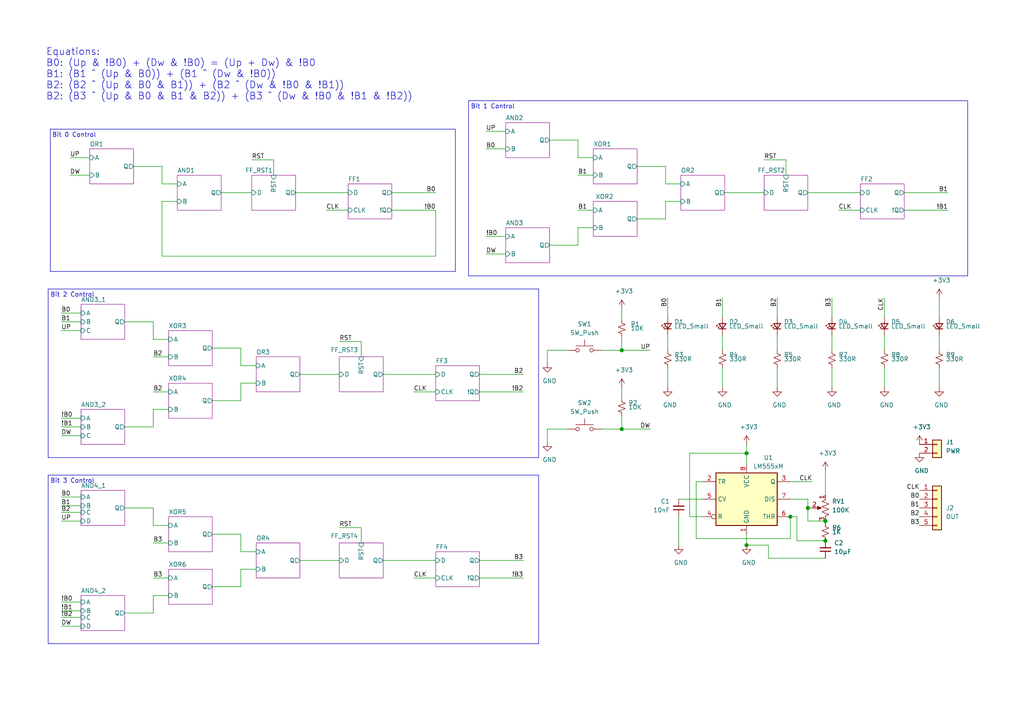
<source format=kicad_sch>
(kicad_sch (version 20200828) (generator eeschema)
  (page 1 26)
  (paper "A4")
  (lib_symbols
    (symbol "Connector_Generic:Conn_01x02" (pin_names (offset 1.016) hide)
      (property "Reference" "J" (at 0 2.54 0))
      (property "Value" "Conn_01x02" (at 0 -5.08 0))
      (symbol "Conn_01x02_1_1"
        (rectangle (start -1.27 -2.413) (end 0 -2.667) (stroke (width 0.1524)))
        (rectangle (start -1.27 0.127) (end 0 -0.127) (stroke (width 0.1524)))
        (rectangle (start -1.27 1.27) (end 1.27 -3.81) (stroke (width 0.254)) (fill (type background)))
        (pin passive line (at -5.08 0 0) (length 3.81) (name "Pin_1") (number "1"))
        (pin passive line (at -5.08 -2.54 0) (length 3.81) (name "Pin_2") (number "2"))
      )
    )
    (symbol "Connector_Generic:Conn_01x05" (pin_names (offset 1.016) hide)
      (property "Reference" "J" (at 0 7.62 0))
      (property "Value" "Conn_01x05" (at 0 -7.62 0))
      (symbol "Conn_01x05_1_1"
        (rectangle (start -1.27 -4.953) (end 0 -5.207) (stroke (width 0.1524)))
        (rectangle (start -1.27 -2.413) (end 0 -2.667) (stroke (width 0.1524)))
        (rectangle (start -1.27 2.667) (end 0 2.413) (stroke (width 0.1524)))
        (rectangle (start -1.27 5.207) (end 0 4.953) (stroke (width 0.1524)))
        (rectangle (start -1.27 6.35) (end 1.27 -6.35) (stroke (width 0.254)) (fill (type background)))
        (rectangle (start -1.27 0.127) (end 0 -0.127) (stroke (width 0.1524)))
        (pin passive line (at -5.08 5.08 0) (length 3.81) (name "Pin_1") (number "1"))
        (pin passive line (at -5.08 2.54 0) (length 3.81) (name "Pin_2") (number "2"))
        (pin passive line (at -5.08 0 0) (length 3.81) (name "Pin_3") (number "3"))
        (pin passive line (at -5.08 -2.54 0) (length 3.81) (name "Pin_4") (number "4"))
        (pin passive line (at -5.08 -5.08 0) (length 3.81) (name "Pin_5") (number "5"))
      )
    )
    (symbol "Device:C_Small" (pin_numbers hide) (pin_names (offset 0.254) hide)
      (property "Reference" "C" (at 0.254 1.778 0))
      (property "Value" "C_Small" (at 0.254 -2.032 0))
      (symbol "C_Small_0_1"
        (polyline (pts (xy -1.524 -0.508) (xy 1.524 -0.508)) (stroke (width 0.3302)))
        (polyline (pts (xy -1.524 0.508) (xy 1.524 0.508)) (stroke (width 0.3048)))
      )
      (symbol "C_Small_1_1"
        (pin passive line (at 0 2.54 270) (length 2.032) (name "~") (number "1"))
        (pin passive line (at 0 -2.54 90) (length 2.032) (name "~") (number "2"))
      )
    )
    (symbol "Device:LED_Small" (pin_numbers hide) (pin_names (offset 0.254) hide)
      (property "Reference" "D" (at -1.27 3.175 0))
      (property "Value" "LED_Small" (at -4.445 -2.54 0))
      (symbol "LED_Small_0_1"
        (polyline (pts (xy -0.762 -1.016) (xy -0.762 1.016)) (stroke (width 0.254)))
        (polyline (pts (xy 1.016 0) (xy -0.762 0)))
        (polyline (pts (xy 0.762 -1.016) (xy -0.762 0) (xy 0.762 1.016) (xy 0.762 -1.016)) (stroke (width 0.254)))
        (polyline (pts (xy 0 0.762) (xy -0.508 1.27) (xy -0.254 1.27) (xy -0.508 1.27) (xy -0.508 1.016)))
        (polyline (pts (xy 0.508 1.27) (xy 0 1.778) (xy 0.254 1.778) (xy 0 1.778) (xy 0 1.524)))
      )
      (symbol "LED_Small_1_1"
        (pin passive line (at -2.54 0 0) (length 1.778) (name "K") (number "1"))
        (pin passive line (at 2.54 0 180) (length 1.778) (name "A") (number "2"))
      )
    )
    (symbol "Device:R_POT_US" (pin_names (offset 1.016) hide)
      (property "Reference" "RV" (at -4.445 0 90))
      (property "Value" "R_POT_US" (at -2.54 0 90))
      (symbol "R_POT_US_0_1"
        (polyline (pts (xy 0 -2.286) (xy 0 -2.54)))
        (polyline (pts (xy 0 2.54) (xy 0 2.286)))
        (polyline (pts (xy 2.54 0) (xy 1.524 0)))
        (polyline (pts (xy 1.143 0) (xy 2.286 0.508) (xy 2.286 -0.508) (xy 1.143 0)) (fill (type outline)))
        (polyline (pts (xy 0 -0.762) (xy 1.016 -1.143) (xy 0 -1.524) (xy -1.016 -1.905) (xy 0 -2.286)))
        (polyline (pts (xy 0 0.762) (xy 1.016 0.381) (xy 0 0) (xy -1.016 -0.381) (xy 0 -0.762)))
        (polyline (pts (xy 0 2.286) (xy 1.016 1.905) (xy 0 1.524) (xy -1.016 1.143) (xy 0 0.762)))
      )
      (symbol "R_POT_US_1_1"
        (pin passive line (at 0 3.81 270) (length 1.27) (name "1") (number "1"))
        (pin passive line (at 3.81 0 180) (length 1.27) (name "2") (number "2"))
        (pin passive line (at 0 -3.81 90) (length 1.27) (name "3") (number "3"))
      )
    )
    (symbol "Device:R_Small_US" (pin_numbers hide) (pin_names (offset 0.254) hide)
      (property "Reference" "R" (at 0.762 0.508 0))
      (property "Value" "R_Small_US" (at 0.762 -1.016 0))
      (symbol "R_Small_US_1_1"
        (polyline (pts (xy 0 0) (xy 1.016 -0.381) (xy 0 -0.762) (xy -1.016 -1.143) (xy 0 -1.524)))
        (polyline (pts (xy 0 1.524) (xy 1.016 1.143) (xy 0 0.762) (xy -1.016 0.381) (xy 0 0)))
        (pin passive line (at 0 2.54 270) (length 1.016) (name "~") (number "1"))
        (pin passive line (at 0 -2.54 90) (length 1.016) (name "~") (number "2"))
      )
    )
    (symbol "Switch:SW_Push" (pin_numbers hide) (pin_names (offset 1.016) hide)
      (property "Reference" "SW" (at 1.27 2.54 0))
      (property "Value" "SW_Push" (at 0 -1.524 0))
      (symbol "SW_Push_0_1"
        (circle (center -2.032 0) (radius 0.508))
        (circle (center 2.032 0) (radius 0.508))
        (polyline (pts (xy 0 1.27) (xy 0 3.048)))
        (polyline (pts (xy 2.54 1.27) (xy -2.54 1.27)))
        (pin passive line (at -5.08 0 0) (length 2.54) (name "1") (number "1"))
        (pin passive line (at 5.08 0 180) (length 2.54) (name "2") (number "2"))
      )
    )
    (symbol "Timer:LM555xM"
      (property "Reference" "U" (at -10.16 8.89 0))
      (property "Value" "LM555xM" (at 2.54 8.89 0))
      (symbol "LM555xM_0_1"
        (rectangle (start -8.89 -7.62) (end 8.89 7.62) (stroke (width 0.254)) (fill (type background)))
        (rectangle (start -8.89 -7.62) (end 8.89 7.62) (stroke (width 0.254)) (fill (type background)))
      )
      (symbol "LM555xM_0_0"
        (pin power_in line (at 0 -10.16 90) (length 2.54) (name "GND") (number "1"))
        (pin power_in line (at 0 10.16 270) (length 2.54) (name "VCC") (number "8"))
      )
      (symbol "LM555xM_1_1"
        (pin input line (at -12.7 5.08 0) (length 3.81) (name "TR") (number "2"))
        (pin output line (at 12.7 5.08 180) (length 3.81) (name "Q") (number "3"))
        (pin input inverted (at -12.7 -5.08 0) (length 3.81) (name "R") (number "4"))
        (pin input line (at -12.7 0 0) (length 3.81) (name "CV") (number "5"))
        (pin input line (at 12.7 -5.08 180) (length 3.81) (name "THR") (number "6"))
        (pin input line (at 12.7 0 180) (length 3.81) (name "DIS") (number "7"))
      )
    )
    (symbol "power:+3V3" (power) (pin_names (offset 0))
      (property "Value" "+3V3" (at 0 3.556 0))
      (symbol "+3V3_0_1"
        (polyline (pts (xy -0.762 1.27) (xy 0 2.54)))
        (polyline (pts (xy 0 0) (xy 0 2.54)))
        (polyline (pts (xy 0 2.54) (xy 0.762 1.27)))
      )
      (symbol "+3V3_1_1"
        (pin power_in line (at 0 0 90) (length 0) hide (name "+3V3") (number "1"))
      )
    )
    (symbol "power:GND" (power) (pin_names (offset 0))
      (property "Value" "GND" (at 0 -3.81 0))
      (symbol "GND_0_1"
        (polyline (pts (xy 0 0) (xy 0 -1.27) (xy 1.27 -1.27) (xy 0 -2.54) (xy -1.27 -1.27) (xy 0 -1.27)))
      )
      (symbol "GND_1_1"
        (pin power_in line (at 0 0 270) (length 0) hide (name "GND") (number "1"))
      )
    )
  )
  (junction (at 180.34 101.6) (diameter 1.016))
  (junction (at 180.34 124.46) (diameter 1.016))
  (junction (at 216.535 131.445) (diameter 1.016))
  (junction (at 216.535 158.115) (diameter 1.016))
  (junction (at 229.235 149.86) (diameter 1.016))
  (junction (at 234.315 147.32) (diameter 1.016))
  (junction (at 239.395 151.13) (diameter 1.016))
  (junction (at 239.395 156.845) (diameter 1.016))
  (wire (pts (xy 17.78 90.805) (xy 23.495 90.805)))
  (wire (pts (xy 17.78 93.345) (xy 23.495 93.345)))
  (wire (pts (xy 17.78 95.885) (xy 23.495 95.885)))
  (wire (pts (xy 17.78 121.285) (xy 23.495 121.285)))
  (wire (pts (xy 17.78 123.825) (xy 23.495 123.825)))
  (wire (pts (xy 17.78 126.365) (xy 23.495 126.365)))
  (wire (pts (xy 17.78 144.145) (xy 23.495 144.145)))
  (wire (pts (xy 17.78 146.685) (xy 23.495 146.685)))
  (wire (pts (xy 17.78 148.59) (xy 23.495 148.59)))
  (wire (pts (xy 17.78 151.13) (xy 23.495 151.13)))
  (wire (pts (xy 17.78 174.625) (xy 23.495 174.625)))
  (wire (pts (xy 17.78 177.165) (xy 23.495 177.165)))
  (wire (pts (xy 17.78 179.07) (xy 23.495 179.07)))
  (wire (pts (xy 17.78 181.61) (xy 23.495 181.61)))
  (wire (pts (xy 20.32 45.72) (xy 26.035 45.72)))
  (wire (pts (xy 20.32 50.8) (xy 26.035 50.8)))
  (wire (pts (xy 36.195 93.345) (xy 44.45 93.345)))
  (wire (pts (xy 36.195 123.825) (xy 44.45 123.825)))
  (wire (pts (xy 36.195 147.32) (xy 44.45 147.32)))
  (wire (pts (xy 36.195 177.8) (xy 44.45 177.8)))
  (wire (pts (xy 44.45 93.345) (xy 44.45 98.425)))
  (wire (pts (xy 44.45 98.425) (xy 48.895 98.425)))
  (wire (pts (xy 44.45 103.505) (xy 48.895 103.505)))
  (wire (pts (xy 44.45 113.665) (xy 48.895 113.665)))
  (wire (pts (xy 44.45 118.745) (xy 48.895 118.745)))
  (wire (pts (xy 44.45 123.825) (xy 44.45 118.745)))
  (wire (pts (xy 44.45 147.32) (xy 44.45 152.4)))
  (wire (pts (xy 44.45 152.4) (xy 48.895 152.4)))
  (wire (pts (xy 44.45 157.48) (xy 48.895 157.48)))
  (wire (pts (xy 44.45 167.64) (xy 48.895 167.64)))
  (wire (pts (xy 44.45 172.72) (xy 48.895 172.72)))
  (wire (pts (xy 44.45 177.8) (xy 44.45 172.72)))
  (wire (pts (xy 46.99 48.26) (xy 38.735 48.26)))
  (wire (pts (xy 46.99 48.26) (xy 46.99 53.34)))
  (wire (pts (xy 46.99 53.34) (xy 51.435 53.34)))
  (wire (pts (xy 46.99 58.42) (xy 46.99 74.295)))
  (wire (pts (xy 46.99 58.42) (xy 51.435 58.42)))
  (wire (pts (xy 61.595 100.965) (xy 69.85 100.965)))
  (wire (pts (xy 61.595 116.205) (xy 69.85 116.205)))
  (wire (pts (xy 61.595 154.94) (xy 69.85 154.94)))
  (wire (pts (xy 61.595 170.18) (xy 69.85 170.18)))
  (wire (pts (xy 64.135 55.88) (xy 73.025 55.88)))
  (wire (pts (xy 69.85 100.965) (xy 69.85 106.045)))
  (wire (pts (xy 69.85 106.045) (xy 74.295 106.045)))
  (wire (pts (xy 69.85 111.125) (xy 74.295 111.125)))
  (wire (pts (xy 69.85 116.205) (xy 69.85 111.125)))
  (wire (pts (xy 69.85 154.94) (xy 69.85 160.02)))
  (wire (pts (xy 69.85 160.02) (xy 74.295 160.02)))
  (wire (pts (xy 69.85 165.1) (xy 74.295 165.1)))
  (wire (pts (xy 69.85 170.18) (xy 69.85 165.1)))
  (wire (pts (xy 73.025 46.355) (xy 79.375 46.355)))
  (wire (pts (xy 79.375 50.8) (xy 79.375 46.355)))
  (wire (pts (xy 85.725 55.88) (xy 100.965 55.88)))
  (wire (pts (xy 86.995 108.585) (xy 98.425 108.585)))
  (wire (pts (xy 86.995 162.56) (xy 98.425 162.56)))
  (wire (pts (xy 94.615 60.96) (xy 100.965 60.96)))
  (wire (pts (xy 98.425 99.06) (xy 104.775 99.06)))
  (wire (pts (xy 98.425 153.035) (xy 104.775 153.035)))
  (wire (pts (xy 104.775 103.505) (xy 104.775 99.06)))
  (wire (pts (xy 104.775 157.48) (xy 104.775 153.035)))
  (wire (pts (xy 111.125 108.585) (xy 126.365 108.585)))
  (wire (pts (xy 111.125 162.56) (xy 126.365 162.56)))
  (wire (pts (xy 113.665 55.88) (xy 126.365 55.88)))
  (wire (pts (xy 113.665 60.96) (xy 126.365 60.96)))
  (wire (pts (xy 120.015 113.665) (xy 126.365 113.665)))
  (wire (pts (xy 120.015 167.64) (xy 126.365 167.64)))
  (wire (pts (xy 126.365 60.96) (xy 126.365 74.295)))
  (wire (pts (xy 126.365 74.295) (xy 46.99 74.295)))
  (wire (pts (xy 139.065 108.585) (xy 151.765 108.585)))
  (wire (pts (xy 139.065 113.665) (xy 151.765 113.665)))
  (wire (pts (xy 139.065 162.56) (xy 151.765 162.56)))
  (wire (pts (xy 139.065 167.64) (xy 151.765 167.64)))
  (wire (pts (xy 140.97 38.1) (xy 146.685 38.1)))
  (wire (pts (xy 140.97 43.18) (xy 146.685 43.18)))
  (wire (pts (xy 140.97 68.58) (xy 146.685 68.58)))
  (wire (pts (xy 140.97 73.66) (xy 146.685 73.66)))
  (wire (pts (xy 158.75 101.6) (xy 158.75 105.41)))
  (wire (pts (xy 158.75 124.46) (xy 158.75 128.27)))
  (wire (pts (xy 159.385 40.64) (xy 167.64 40.64)))
  (wire (pts (xy 159.385 71.12) (xy 167.64 71.12)))
  (wire (pts (xy 164.465 101.6) (xy 158.75 101.6)))
  (wire (pts (xy 164.465 124.46) (xy 158.75 124.46)))
  (wire (pts (xy 167.64 40.64) (xy 167.64 45.72)))
  (wire (pts (xy 167.64 45.72) (xy 172.085 45.72)))
  (wire (pts (xy 167.64 50.8) (xy 172.085 50.8)))
  (wire (pts (xy 167.64 60.96) (xy 172.085 60.96)))
  (wire (pts (xy 167.64 66.04) (xy 172.085 66.04)))
  (wire (pts (xy 167.64 71.12) (xy 167.64 66.04)))
  (wire (pts (xy 174.625 124.46) (xy 180.34 124.46)))
  (wire (pts (xy 180.34 89.535) (xy 180.34 92.71)))
  (wire (pts (xy 180.34 97.79) (xy 180.34 101.6)))
  (wire (pts (xy 180.34 101.6) (xy 174.625 101.6)))
  (wire (pts (xy 180.34 101.6) (xy 188.595 101.6)))
  (wire (pts (xy 180.34 112.395) (xy 180.34 115.57)))
  (wire (pts (xy 180.34 120.65) (xy 180.34 124.46)))
  (wire (pts (xy 180.34 124.46) (xy 188.595 124.46)))
  (wire (pts (xy 184.785 48.26) (xy 193.04 48.26)))
  (wire (pts (xy 184.785 63.5) (xy 193.04 63.5)))
  (wire (pts (xy 193.04 48.26) (xy 193.04 53.34)))
  (wire (pts (xy 193.04 53.34) (xy 197.485 53.34)))
  (wire (pts (xy 193.04 58.42) (xy 197.485 58.42)))
  (wire (pts (xy 193.04 63.5) (xy 193.04 58.42)))
  (wire (pts (xy 193.675 86.36) (xy 193.675 92.075)))
  (wire (pts (xy 193.675 97.155) (xy 193.675 101.6)))
  (wire (pts (xy 193.675 106.68) (xy 193.675 112.395)))
  (wire (pts (xy 196.85 144.78) (xy 203.835 144.78)))
  (wire (pts (xy 196.85 149.86) (xy 196.85 158.115)))
  (wire (pts (xy 200.025 131.445) (xy 216.535 131.445)))
  (wire (pts (xy 200.025 149.86) (xy 200.025 131.445)))
  (wire (pts (xy 201.93 139.7) (xy 201.93 156.21)))
  (wire (pts (xy 201.93 156.21) (xy 229.235 156.21)))
  (wire (pts (xy 203.835 139.7) (xy 201.93 139.7)))
  (wire (pts (xy 203.835 149.86) (xy 200.025 149.86)))
  (wire (pts (xy 209.55 86.36) (xy 209.55 92.075)))
  (wire (pts (xy 209.55 97.155) (xy 209.55 101.6)))
  (wire (pts (xy 209.55 106.68) (xy 209.55 112.395)))
  (wire (pts (xy 210.185 55.88) (xy 221.615 55.88)))
  (wire (pts (xy 216.535 128.905) (xy 216.535 131.445)))
  (wire (pts (xy 216.535 131.445) (xy 216.535 134.62)))
  (wire (pts (xy 216.535 154.94) (xy 216.535 158.115)))
  (wire (pts (xy 221.615 46.355) (xy 227.965 46.355)))
  (wire (pts (xy 222.885 158.115) (xy 216.535 158.115)))
  (wire (pts (xy 222.885 161.925) (xy 222.885 158.115)))
  (wire (pts (xy 225.425 86.36) (xy 225.425 92.075)))
  (wire (pts (xy 225.425 97.155) (xy 225.425 101.6)))
  (wire (pts (xy 225.425 106.68) (xy 225.425 112.395)))
  (wire (pts (xy 227.965 50.8) (xy 227.965 46.355)))
  (wire (pts (xy 229.235 139.7) (xy 235.585 139.7)))
  (wire (pts (xy 229.235 144.78) (xy 234.315 144.78)))
  (wire (pts (xy 229.235 149.86) (xy 231.14 149.86)))
  (wire (pts (xy 229.235 156.21) (xy 229.235 149.86)))
  (wire (pts (xy 231.14 149.86) (xy 231.14 156.845)))
  (wire (pts (xy 231.14 156.845) (xy 239.395 156.845)))
  (wire (pts (xy 234.315 55.88) (xy 249.555 55.88)))
  (wire (pts (xy 234.315 144.78) (xy 234.315 147.32)))
  (wire (pts (xy 234.315 147.32) (xy 234.315 151.13)))
  (wire (pts (xy 234.315 147.32) (xy 235.585 147.32)))
  (wire (pts (xy 234.315 151.13) (xy 239.395 151.13)))
  (wire (pts (xy 239.395 136.525) (xy 239.395 143.51)))
  (wire (pts (xy 239.395 151.13) (xy 239.395 151.765)))
  (wire (pts (xy 239.395 161.925) (xy 222.885 161.925)))
  (wire (pts (xy 241.3 86.36) (xy 241.3 92.075)))
  (wire (pts (xy 241.3 97.155) (xy 241.3 101.6)))
  (wire (pts (xy 241.3 106.68) (xy 241.3 112.395)))
  (wire (pts (xy 243.205 60.96) (xy 249.555 60.96)))
  (wire (pts (xy 256.54 86.36) (xy 256.54 92.075)))
  (wire (pts (xy 256.54 97.155) (xy 256.54 101.6)))
  (wire (pts (xy 256.54 106.68) (xy 256.54 112.395)))
  (wire (pts (xy 262.255 55.88) (xy 274.955 55.88)))
  (wire (pts (xy 262.255 60.96) (xy 274.955 60.96)))
  (wire (pts (xy 272.415 86.36) (xy 272.415 92.075)))
  (wire (pts (xy 272.415 97.155) (xy 272.415 101.6)))
  (wire (pts (xy 272.415 106.68) (xy 272.415 112.395)))
  (polyline (pts (xy 13.97 83.82) (xy 13.97 132.715)) (stroke (width 0) (type solid)))
  (polyline (pts (xy 13.97 83.82) (xy 156.21 83.82)) (stroke (width 0) (type solid)))
  (polyline (pts (xy 13.97 132.715) (xy 156.21 132.715)) (stroke (width 0) (type solid)))
  (polyline (pts (xy 13.97 137.795) (xy 13.97 186.69)) (stroke (width 0) (type solid)))
  (polyline (pts (xy 13.97 137.795) (xy 156.21 137.795)) (stroke (width 0) (type solid)))
  (polyline (pts (xy 13.97 186.69) (xy 156.21 186.69)) (stroke (width 0) (type solid)))
  (polyline (pts (xy 14.605 37.465) (xy 14.605 78.74)) (stroke (width 0) (type solid)))
  (polyline (pts (xy 14.605 37.465) (xy 132.08 37.465)) (stroke (width 0) (type solid)))
  (polyline (pts (xy 14.605 78.74) (xy 132.08 78.74)) (stroke (width 0) (type solid)))
  (polyline (pts (xy 132.08 78.74) (xy 132.08 37.465)) (stroke (width 0) (type solid)))
  (polyline (pts (xy 135.89 29.21) (xy 135.89 80.01)) (stroke (width 0) (type solid)))
  (polyline (pts (xy 135.89 29.21) (xy 280.67 29.21)) (stroke (width 0) (type solid)))
  (polyline (pts (xy 135.89 80.01) (xy 280.67 80.01)) (stroke (width 0) (type solid)))
  (polyline (pts (xy 156.21 132.715) (xy 156.21 83.82)) (stroke (width 0) (type solid)))
  (polyline (pts (xy 156.21 186.69) (xy 156.21 137.795)) (stroke (width 0) (type solid)))
  (polyline (pts (xy 280.67 80.01) (xy 280.67 29.21)) (stroke (width 0) (type solid)))
  (text "Equations:\nB0: (Up & !B0) + (Dw & !B0) = (Up + Dw) & !B0\nB1: (B1 ^ (Up & B0)) + (B1 ^ (Dw & !B0))\nB2: (B2 ^ (Up & B0 & B1)) + (B2 ^ (Dw & !B0 & !B1))\nB2: (B3 ^ (Up & B0 & B1 & B2)) + (B3 ^ (Dw & !B0 & !B1 & !B2))" (at 13.335 29.21 0) (effects (font (size 2 2)) (justify left bottom)))
  (text "Bit 2 Control" (at 14.605 86.36 0) (effects (font (size 1.27 1.27)) (justify left bottom)))
  (text "Bit 3 Control" (at 14.605 140.335 0) (effects (font (size 1.27 1.27)) (justify left bottom)))
  (text "Bit 0 Control" (at 27.94 40.005 180) (effects (font (size 1.27 1.27)) (justify right bottom)))
  (text "Bit 1 Control" (at 136.525 31.75 0) (effects (font (size 1.27 1.27)) (justify left bottom)))
  (label "B0" (at 17.78 90.805 0))
  (label "B1" (at 17.78 93.345 0))
  (label "UP" (at 17.78 95.885 0))
  (label "!B0" (at 17.78 121.285 0))
  (label "!B1" (at 17.78 123.825 0))
  (label "DW" (at 17.78 126.365 0))
  (label "B0" (at 17.78 144.145 0))
  (label "B1" (at 17.78 146.685 0))
  (label "B2" (at 17.78 148.59 0))
  (label "UP" (at 17.78 151.13 0))
  (label "!B0" (at 17.78 174.625 0))
  (label "!B1" (at 17.78 177.165 0))
  (label "!B2" (at 17.78 179.07 0))
  (label "DW" (at 17.78 181.61 0))
  (label "UP" (at 20.32 45.72 0))
  (label "DW" (at 20.32 50.8 0))
  (label "B2" (at 44.45 103.505 0))
  (label "B2" (at 44.45 113.665 0))
  (label "B3" (at 44.45 157.48 0))
  (label "B3" (at 44.45 167.64 0))
  (label "RST" (at 73.025 46.355 0))
  (label "CLK" (at 94.615 60.96 0))
  (label "RST" (at 98.425 99.06 0))
  (label "RST" (at 98.425 153.035 0))
  (label "CLK" (at 120.015 113.665 0))
  (label "CLK" (at 120.015 167.64 0))
  (label "B0" (at 126.365 55.88 180))
  (label "!B0" (at 126.365 60.96 180))
  (label "UP" (at 140.97 38.1 0))
  (label "B0" (at 140.97 43.18 0))
  (label "!B0" (at 140.97 68.58 0))
  (label "DW" (at 140.97 73.66 0))
  (label "B2" (at 151.765 108.585 180))
  (label "!B2" (at 151.765 113.665 180))
  (label "B3" (at 151.765 162.56 180))
  (label "!B3" (at 151.765 167.64 180))
  (label "B1" (at 167.64 50.8 0))
  (label "B1" (at 167.64 60.96 0))
  (label "UP" (at 188.595 101.6 180))
  (label "DW" (at 188.595 124.46 180))
  (label "B0" (at 193.675 86.36 270))
  (label "B1" (at 209.55 86.36 270))
  (label "RST" (at 221.615 46.355 0))
  (label "B2" (at 225.425 86.36 270))
  (label "CLK" (at 235.585 139.7 180))
  (label "B3" (at 241.3 86.36 270))
  (label "CLK" (at 243.205 60.96 0))
  (label "CLK" (at 256.54 86.36 270))
  (label "CLK" (at 266.7 142.24 180))
  (label "B0" (at 266.7 144.78 180))
  (label "B1" (at 266.7 147.32 180))
  (label "B2" (at 266.7 149.86 180))
  (label "B3" (at 266.7 152.4 180))
  (label "B1" (at 274.955 55.88 180))
  (label "!B1" (at 274.955 60.96 180))
  (symbol (lib_id "power:+3V3") (at 180.34 89.535 0) (unit 1)
    (property "Reference" "#PWR0106" (effects hide))
    (property "Value" "+3V3" (at 180.975 84.455 0))
  )
  (symbol (lib_id "power:+3V3") (at 180.34 112.395 0) (unit 1)
    (property "Reference" "#PWR0101" (effects hide))
    (property "Value" "+3V3" (at 180.975 107.315 0))
  )
  (symbol (lib_id "power:+3V3") (at 216.535 128.905 0) (unit 1)
    (property "Reference" "#PWR0108" (effects hide))
    (property "Value" "+3V3" (at 217.17 123.825 0))
  )
  (symbol (lib_id "power:+3V3") (at 239.395 136.525 0) (unit 1)
    (property "Reference" "#PWR0114" (effects hide))
    (property "Value" "+3V3" (at 240.03 131.445 0))
  )
  (symbol (lib_id "power:+3V3") (at 266.7 128.905 0) (unit 1)
    (property "Reference" "#PWR0115" (effects hide))
    (property "Value" "+3V3" (at 267.335 123.825 0))
  )
  (symbol (lib_id "power:+3V3") (at 272.415 86.36 0) (unit 1)
    (property "Reference" "#PWR0107" (effects hide))
    (property "Value" "+3V3" (at 273.05 81.28 0))
  )
  (symbol (lib_id "power:GND") (at 158.75 105.41 0) (unit 1)
    (property "Reference" "#PWR0105" (effects hide))
    (property "Value" "GND" (at 159.385 110.49 0))
  )
  (symbol (lib_id "power:GND") (at 158.75 128.27 0) (unit 1)
    (property "Reference" "#PWR0104" (effects hide))
    (property "Value" "GND" (at 159.385 133.35 0))
  )
  (symbol (lib_id "power:GND") (at 193.675 112.395 0) (unit 1)
    (property "Reference" "#PWR0102" (effects hide))
    (property "Value" "GND" (at 194.31 117.475 0))
  )
  (symbol (lib_id "power:GND") (at 196.85 158.115 0) (unit 1)
    (property "Reference" "#PWR0113" (effects hide))
    (property "Value" "GND" (at 197.485 163.195 0))
  )
  (symbol (lib_id "power:GND") (at 209.55 112.395 0) (unit 1)
    (property "Reference" "#PWR0103" (effects hide))
    (property "Value" "GND" (at 210.185 117.475 0))
  )
  (symbol (lib_id "power:GND") (at 216.535 158.115 0) (unit 1)
    (property "Reference" "#PWR0112" (effects hide))
    (property "Value" "GND" (at 217.17 163.195 0))
  )
  (symbol (lib_id "power:GND") (at 225.425 112.395 0) (unit 1)
    (property "Reference" "#PWR0109" (effects hide))
    (property "Value" "GND" (at 226.06 117.475 0))
  )
  (symbol (lib_id "power:GND") (at 241.3 112.395 0) (unit 1)
    (property "Reference" "#PWR0110" (effects hide))
    (property "Value" "GND" (at 241.935 117.475 0))
  )
  (symbol (lib_id "power:GND") (at 256.54 112.395 0) (unit 1)
    (property "Reference" "#PWR0111" (effects hide))
    (property "Value" "GND" (at 257.175 117.475 0))
  )
  (symbol (lib_id "power:GND") (at 266.7 131.445 0) (unit 1)
    (property "Reference" "#PWR0116" (effects hide))
    (property "Value" "GND" (at 267.335 136.525 0))
  )
  (symbol (lib_id "power:GND") (at 272.415 112.395 0) (unit 1)
    (property "Reference" "#PWR0117" (effects hide))
    (property "Value" "GND" (at 273.05 117.475 0))
  )
  (symbol (lib_id "Device:R_Small_US") (at 180.34 95.25 0) (unit 1)
    (property "Reference" "R1" (at 182.88 93.98 0) (effects (justify left)))
    (property "Value" "10K" (at 182.88 95.25 0) (effects (justify left)))
    (property "Footprint" "Resistor_SMD:R_0805_2012Metric" (effects hide))
  )
  (symbol (lib_id "Device:R_Small_US") (at 180.34 118.11 0) (unit 1)
    (property "Reference" "R2" (at 182.245 116.84 0) (effects (justify left)))
    (property "Value" "10K" (at 182.245 118.11 0) (effects (justify left)))
    (property "Footprint" "Resistor_SMD:R_0805_2012Metric" (effects hide))
  )
  (symbol (lib_id "Device:R_Small_US") (at 193.675 104.14 0) (unit 1)
    (property "Reference" "R3" (at 195.58 102.87 0) (effects (justify left)))
    (property "Value" "330R" (at 195.58 104.14 0) (effects (justify left)))
    (property "Footprint" "Resistor_SMD:R_0805_2012Metric" (effects hide))
  )
  (symbol (lib_id "Device:R_Small_US") (at 209.55 104.14 0) (unit 1)
    (property "Reference" "R4" (at 211.455 102.87 0) (effects (justify left)))
    (property "Value" "330R" (at 211.455 104.14 0) (effects (justify left)))
    (property "Footprint" "Resistor_SMD:R_0805_2012Metric" (effects hide))
  )
  (symbol (lib_id "Device:R_Small_US") (at 225.425 104.14 0) (unit 1)
    (property "Reference" "R5" (at 227.33 102.87 0) (effects (justify left)))
    (property "Value" "330R" (at 227.33 104.14 0) (effects (justify left)))
    (property "Footprint" "Resistor_SMD:R_0805_2012Metric" (effects hide))
  )
  (symbol (lib_id "Device:R_Small_US") (at 239.395 154.305 0) (unit 1)
    (property "Reference" "R6" (at 241.3 153.035 0) (effects (justify left)))
    (property "Value" "1K" (at 241.3 154.305 0) (effects (justify left)))
    (property "Footprint" "Resistor_SMD:R_0805_2012Metric" (effects hide))
  )
  (symbol (lib_id "Device:R_Small_US") (at 241.3 104.14 0) (unit 1)
    (property "Reference" "R7" (at 243.205 102.87 0) (effects (justify left)))
    (property "Value" "330R" (at 243.205 104.14 0) (effects (justify left)))
    (property "Footprint" "Resistor_SMD:R_0805_2012Metric" (effects hide))
  )
  (symbol (lib_id "Device:R_Small_US") (at 256.54 104.14 0) (unit 1)
    (property "Reference" "R8" (at 258.445 102.87 0) (effects (justify left)))
    (property "Value" "330R" (at 258.445 104.14 0) (effects (justify left)))
    (property "Footprint" "Resistor_SMD:R_0805_2012Metric" (effects hide))
  )
  (symbol (lib_id "Device:R_Small_US") (at 272.415 104.14 0) (unit 1)
    (property "Reference" "R9" (at 274.32 102.87 0) (effects (justify left)))
    (property "Value" "330R" (at 274.32 104.14 0) (effects (justify left)))
    (property "Footprint" "Resistor_SMD:R_0805_2012Metric" (effects hide))
  )
  (symbol (lib_id "Device:LED_Small") (at 193.675 94.615 90) (unit 1)
    (property "Reference" "D1" (at 195.58 93.345 90) (effects (justify right)))
    (property "Value" "LED_Small" (at 195.58 94.615 90) (effects (justify right)))
    (property "Footprint" "LED_SMD:LED_0805_2012Metric" (effects hide))
  )
  (symbol (lib_id "Device:LED_Small") (at 209.55 94.615 90) (unit 1)
    (property "Reference" "D2" (at 211.455 93.345 90) (effects (justify right)))
    (property "Value" "LED_Small" (at 211.455 94.615 90) (effects (justify right)))
    (property "Footprint" "LED_SMD:LED_0805_2012Metric" (effects hide))
  )
  (symbol (lib_id "Device:LED_Small") (at 225.425 94.615 90) (unit 1)
    (property "Reference" "D3" (at 227.33 93.345 90) (effects (justify right)))
    (property "Value" "LED_Small" (at 227.33 94.615 90) (effects (justify right)))
    (property "Footprint" "LED_SMD:LED_0805_2012Metric" (effects hide))
  )
  (symbol (lib_id "Device:LED_Small") (at 241.3 94.615 90) (unit 1)
    (property "Reference" "D4" (at 243.205 93.345 90) (effects (justify right)))
    (property "Value" "LED_Small" (at 243.205 94.615 90) (effects (justify right)))
    (property "Footprint" "LED_SMD:LED_0805_2012Metric" (effects hide))
  )
  (symbol (lib_id "Device:LED_Small") (at 256.54 94.615 90) (unit 1)
    (property "Reference" "D5" (at 258.445 93.345 90) (effects (justify right)))
    (property "Value" "LED_Small" (at 258.445 94.615 90) (effects (justify right)))
    (property "Footprint" "LED_SMD:LED_0805_2012Metric" (effects hide))
  )
  (symbol (lib_id "Device:LED_Small") (at 272.415 94.615 90) (unit 1)
    (property "Reference" "D6" (at 274.32 93.345 90) (effects (justify right)))
    (property "Value" "LED_Small" (at 274.32 94.615 90) (effects (justify right)))
    (property "Footprint" "LED_SMD:LED_0805_2012Metric" (effects hide))
  )
  (symbol (lib_id "Device:C_Small") (at 196.85 147.32 0) (mirror x) (unit 1)
    (property "Reference" "C1" (at 194.31 145.415 0) (effects (justify right)))
    (property "Value" "10nF" (at 194.31 147.955 0) (effects (justify right)))
    (property "Footprint" "Capacitor_SMD:C_0805_2012Metric" (effects hide))
  )
  (symbol (lib_id "Device:C_Small") (at 239.395 159.385 180) (unit 1)
    (property "Reference" "C2" (at 241.935 157.48 0) (effects (justify right)))
    (property "Value" "10µF" (at 241.935 160.02 0) (effects (justify right)))
    (property "Footprint" "Capacitor_SMD:C_0805_2012Metric" (effects hide))
  )
  (symbol (lib_id "Connector_Generic:Conn_01x02") (at 271.78 128.905 0) (unit 1)
    (property "Reference" "J1" (at 274.32 128.27 0) (effects (justify left)))
    (property "Value" "PWR" (at 274.32 130.81 0) (effects (justify left)))
    (property "Footprint" "Custom_Vertical_1x_2.54mm_Pin_Header:PinHeader_1x02_P2.54mm_Vertical" (effects hide))
  )
  (symbol (lib_id "Switch:SW_Push") (at 169.545 101.6 0) (unit 1)
    (property "Reference" "SW1" (at 169.545 93.98 0))
    (property "Value" "SW_Push" (at 169.545 96.52 0))
    (property "Footprint" "Button_Switch_SMD:SW_SPST_TL3342" (effects hide))
  )
  (symbol (lib_id "Switch:SW_Push") (at 169.545 124.46 0) (unit 1)
    (property "Reference" "SW2" (at 169.545 116.84 0))
    (property "Value" "SW_Push" (at 169.545 119.38 0))
    (property "Footprint" "Button_Switch_SMD:SW_SPST_TL3342" (effects hide))
  )
  (symbol (lib_id "Device:R_POT_US") (at 239.395 147.32 0) (mirror y) (unit 1)
    (property "Reference" "RV1" (at 241.3 145.415 0) (effects (justify right)))
    (property "Value" "100K" (at 241.3 147.955 0) (effects (justify right)))
    (property "Footprint" "Potentiometer_SMD:Potentiometer_Bourns_TC33X_Vertical" (effects hide))
    (property "Datasheet" "VG039NCHXTB104" (effects hide))
  )
  (symbol (lib_id "Connector_Generic:Conn_01x05") (at 271.78 147.32 0) (unit 1)
    (property "Reference" "J2" (at 274.32 147.32 0) (effects (justify left)))
    (property "Value" "OUT" (at 274.32 149.86 0) (effects (justify left)))
    (property "Footprint" "Custom_Vertical_1x_2.54mm_Pin_Header:PinHeader_1x05_P2.54mm_Vertical" (effects hide))
  )
  (symbol (lib_id "Timer:LM555xM") (at 216.535 144.78 0) (unit 1)
    (property "Reference" "U1" (at 222.885 132.715 0))
    (property "Value" "LM555xM" (at 222.885 135.255 0))
    (property "Footprint" "Package_SO:SOIC-8_3.9x4.9mm_P1.27mm" (effects hide))
    (property "Datasheet" "http://www.ti.com/lit/ds/symlink/lm555.pdf" (effects hide))
  )
  (sheet (at 98.425 103.505) (size 12.7 10.16) (stroke (width 0.001) (color 132 0 132 1)) (fill (color 255 255 255 0.0000))
    (property "Sheet name" "\nFF_RST3" (at 95.885 102.234 0) (effects (justify left bottom)))
    (property "Sheet file" "FF_RST.kicad_sch" (effects hide))
    (pin "Q" output (at 111.125 108.585 0))
    (pin "RST" input (at 104.775 103.505 90))
    (pin "D" input (at 98.425 108.585 180))
  )
  (sheet (at 98.425 157.48) (size 12.7 10.16) (stroke (width 0.001) (color 132 0 132 1)) (fill (color 255 255 255 0.0000))
    (property "Sheet name" "\nFF_RST4" (at 95.885 156.209 0) (effects (justify left bottom)))
    (property "Sheet file" "FF_RST.kicad_sch" (effects hide))
    (pin "Q" output (at 111.125 162.56 0))
    (pin "RST" input (at 104.775 157.48 90))
    (pin "D" input (at 98.425 162.56 180))
  )
  (sheet (at 51.435 50.8) (size 12.7 10.16) (stroke (width 0.001) (color 132 0 132 1)) (fill (color 255 255 255 0.0000))
    (property "Sheet name" "AND1" (at 51.435 50.1641 0) (effects (justify left bottom)))
    (property "Sheet file" "AND.kicad_sch" (effects hide))
    (pin "Q" output (at 64.135 55.88 0))
    (pin "A" input (at 51.435 53.34 180))
    (pin "B" input (at 51.435 58.42 180))
  )
  (sheet (at 146.685 35.56) (size 12.7 10.16) (stroke (width 0.001) (color 132 0 132 1)) (fill (color 255 255 255 0.0000))
    (property "Sheet name" "AND2" (at 146.685 34.9241 0) (effects (justify left bottom)))
    (property "Sheet file" "AND.kicad_sch" (effects hide))
    (pin "Q" output (at 159.385 40.64 0))
    (pin "A" input (at 146.685 38.1 180))
    (pin "B" input (at 146.685 43.18 180))
  )
  (sheet (at 146.685 66.04) (size 12.7 10.16) (stroke (width 0.001) (color 132 0 132 1)) (fill (color 255 255 255 0.0000))
    (property "Sheet name" "AND3" (at 146.685 65.404 0) (effects (justify left bottom)))
    (property "Sheet file" "AND.kicad_sch" (effects hide))
    (pin "Q" output (at 159.385 71.12 0))
    (pin "A" input (at 146.685 68.58 180))
    (pin "B" input (at 146.685 73.66 180))
  )
  (sheet (at 23.495 88.265) (size 12.7 10.16) (stroke (width 0.001) (color 132 0 132 1)) (fill (color 255 255 255 0.0000))
    (property "Sheet name" "AND3_1" (at 23.495 87.6291 0) (effects (justify left bottom)))
    (property "Sheet file" "AND3.kicad_sch" (effects hide))
    (pin "B" input (at 23.495 93.345 180))
    (pin "C" input (at 23.495 95.885 180))
    (pin "A" input (at 23.495 90.805 180))
    (pin "Q" output (at 36.195 93.345 0))
  )
  (sheet (at 23.495 118.745) (size 12.7 10.16) (stroke (width 0.001) (color 132 0 132 1)) (fill (color 255 255 255 0.0000))
    (property "Sheet name" "AND3_2" (at 23.495 118.1091 0) (effects (justify left bottom)))
    (property "Sheet file" "AND3.kicad_sch" (effects hide))
    (pin "B" input (at 23.495 123.825 180))
    (pin "C" input (at 23.495 126.365 180))
    (pin "A" input (at 23.495 121.285 180))
    (pin "Q" output (at 36.195 123.825 0))
  )
  (sheet (at 23.495 142.24) (size 12.7 10.16) (stroke (width 0.001) (color 132 0 132 1)) (fill (color 255 255 255 0.0000))
    (property "Sheet name" "AND4_1" (at 23.495 141.6041 0) (effects (justify left bottom)))
    (property "Sheet file" "AND4.kicad_sch" (effects hide))
    (pin "Q" output (at 36.195 147.32 0))
    (pin "A" input (at 23.495 144.145 180))
    (pin "B" input (at 23.495 146.685 180))
    (pin "C" input (at 23.495 148.59 180))
    (pin "D" input (at 23.495 151.13 180))
  )
  (sheet (at 23.495 172.72) (size 12.7 10.16) (stroke (width 0.001) (color 132 0 132 1)) (fill (color 255 255 255 0.0000))
    (property "Sheet name" "AND4_2" (at 23.495 172.0841 0) (effects (justify left bottom)))
    (property "Sheet file" "AND4.kicad_sch" (effects hide))
    (pin "Q" output (at 36.195 177.8 0))
    (pin "A" input (at 23.495 174.625 180))
    (pin "B" input (at 23.495 177.165 180))
    (pin "C" input (at 23.495 179.07 180))
    (pin "D" input (at 23.495 181.61 180))
  )
  (sheet (at 100.965 53.34) (size 12.7 10.16) (stroke (width 0.001) (color 132 0 132 1)) (fill (color 255 255 255 0.0000))
    (property "Sheet name" "FF1" (at 100.965 52.7041 0) (effects (justify left bottom)))
    (property "Sheet file" "FF.kicad_sch" (effects hide))
    (pin "!Q" output (at 113.665 60.96 0))
    (pin "CLK" input (at 100.965 60.96 180))
    (pin "D" input (at 100.965 55.88 180))
    (pin "Q" output (at 113.665 55.88 0))
  )
  (sheet (at 249.555 53.34) (size 12.7 10.16) (stroke (width 0.001) (color 132 0 132 1)) (fill (color 255 255 255 0.0000))
    (property "Sheet name" "FF2" (at 249.555 52.7041 0) (effects (justify left bottom)))
    (property "Sheet file" "FF.kicad_sch" (effects hide))
    (pin "Q" output (at 262.255 55.88 0))
    (pin "!Q" output (at 262.255 60.96 0))
    (pin "CLK" input (at 249.555 60.96 180))
    (pin "D" input (at 249.555 55.88 180))
  )
  (sheet (at 126.365 106.045) (size 12.7 10.16) (stroke (width 0.001) (color 132 0 132 1)) (fill (color 255 255 255 0.0000))
    (property "Sheet name" "FF3" (at 126.365 105.409 0) (effects (justify left bottom)))
    (property "Sheet file" "FF.kicad_sch" (effects hide))
    (pin "Q" output (at 139.065 108.585 0))
    (pin "!Q" output (at 139.065 113.665 0))
    (pin "CLK" input (at 126.365 113.665 180))
    (pin "D" input (at 126.365 108.585 180))
  )
  (sheet (at 126.365 160.02) (size 12.7 10.16) (stroke (width 0.001) (color 132 0 132 1)) (fill (color 255 255 255 0.0000))
    (property "Sheet name" "FF4" (at 126.365 159.384 0) (effects (justify left bottom)))
    (property "Sheet file" "FF.kicad_sch" (effects hide))
    (pin "Q" output (at 139.065 162.56 0))
    (pin "!Q" output (at 139.065 167.64 0))
    (pin "CLK" input (at 126.365 167.64 180))
    (pin "D" input (at 126.365 162.56 180))
  )
  (sheet (at 73.025 50.8) (size 12.7 10.16) (stroke (width 0.001) (color 132 0 132 1)) (fill (color 255 255 255 0.0000))
    (property "Sheet name" "FF_RST1" (at 71.12 50.1641 0) (effects (justify left bottom)))
    (property "Sheet file" "FF_RST.kicad_sch" (effects hide))
    (pin "Q" output (at 85.725 55.88 0))
    (pin "RST" input (at 79.375 50.8 90))
    (pin "D" input (at 73.025 55.88 180))
  )
  (sheet (at 221.615 50.8) (size 12.7 10.16) (stroke (width 0.001) (color 132 0 132 1)) (fill (color 255 255 255 0.0000))
    (property "Sheet name" "FF_RST2" (at 219.71 50.1641 0) (effects (justify left bottom)))
    (property "Sheet file" "FF_RST.kicad_sch" (effects hide))
    (pin "Q" output (at 234.315 55.88 0))
    (pin "RST" input (at 227.965 50.8 90))
    (pin "D" input (at 221.615 55.88 180))
  )
  (sheet (at 26.035 43.18) (size 12.7 10.16) (stroke (width 0.001) (color 132 0 132 1)) (fill (color 255 255 255 0.0000))
    (property "Sheet name" "OR1" (at 26.035 42.5441 0) (effects (justify left bottom)))
    (property "Sheet file" "OR.kicad_sch" (effects hide))
    (pin "B" input (at 26.035 50.8 180))
    (pin "A" input (at 26.035 45.72 180))
    (pin "Q" output (at 38.735 48.26 0))
  )
  (sheet (at 197.485 50.8) (size 12.7 10.16) (stroke (width 0.001) (color 132 0 132 1)) (fill (color 255 255 255 0.0000))
    (property "Sheet name" "OR2" (at 197.485 50.1641 0) (effects (justify left bottom)))
    (property "Sheet file" "OR.kicad_sch" (effects hide))
    (pin "B" input (at 197.485 58.42 180))
    (pin "A" input (at 197.485 53.34 180))
    (pin "Q" output (at 210.185 55.88 0))
  )
  (sheet (at 74.295 103.505) (size 12.7 10.16) (stroke (width 0.001) (color 132 0 132 1)) (fill (color 255 255 255 0.0000))
    (property "Sheet name" "OR3" (at 74.295 102.869 0) (effects (justify left bottom)))
    (property "Sheet file" "OR.kicad_sch" (effects hide))
    (pin "B" input (at 74.295 111.125 180))
    (pin "A" input (at 74.295 106.045 180))
    (pin "Q" output (at 86.995 108.585 0))
  )
  (sheet (at 74.295 157.48) (size 12.7 10.16) (stroke (width 0.001) (color 132 0 132 1)) (fill (color 255 255 255 0.0000))
    (property "Sheet name" "OR4" (at 74.295 156.844 0) (effects (justify left bottom)))
    (property "Sheet file" "OR.kicad_sch" (effects hide))
    (pin "B" input (at 74.295 165.1 180))
    (pin "A" input (at 74.295 160.02 180))
    (pin "Q" output (at 86.995 162.56 0))
  )
  (sheet (at 172.085 43.18) (size 12.7 10.16) (stroke (width 0.001) (color 132 0 132 1)) (fill (color 255 255 255 0.0000))
    (property "Sheet name" "XOR1" (at 172.085 42.5441 0) (effects (justify left bottom)))
    (property "Sheet file" "XOR.kicad_sch" (effects hide))
    (pin "Q" output (at 184.785 48.26 0))
    (pin "A" input (at 172.085 45.72 180))
    (pin "B" input (at 172.085 50.8 180))
  )
  (sheet (at 172.085 58.42) (size 12.7 10.16) (stroke (width 0.001) (color 132 0 132 1)) (fill (color 255 255 255 0.0000))
    (property "Sheet name" "XOR2" (at 172.72 57.784 0) (effects (justify left bottom)))
    (property "Sheet file" "XOR.kicad_sch" (effects hide))
    (pin "Q" output (at 184.785 63.5 0))
    (pin "A" input (at 172.085 60.96 180))
    (pin "B" input (at 172.085 66.04 180))
  )
  (sheet (at 48.895 95.885) (size 12.7 10.16) (stroke (width 0.001) (color 132 0 132 1)) (fill (color 255 255 255 0.0000))
    (property "Sheet name" "XOR3" (at 48.895 95.2491 0) (effects (justify left bottom)))
    (property "Sheet file" "XOR.kicad_sch" (effects hide))
    (pin "Q" output (at 61.595 100.965 0))
    (pin "A" input (at 48.895 98.425 180))
    (pin "B" input (at 48.895 103.505 180))
  )
  (sheet (at 48.895 111.125) (size 12.7 10.16) (stroke (width 0.001) (color 132 0 132 1)) (fill (color 255 255 255 0.0000))
    (property "Sheet name" "XOR4" (at 48.895 110.4891 0) (effects (justify left bottom)))
    (property "Sheet file" "XOR.kicad_sch" (effects hide))
    (pin "Q" output (at 61.595 116.205 0))
    (pin "A" input (at 48.895 113.665 180))
    (pin "B" input (at 48.895 118.745 180))
  )
  (sheet (at 48.895 149.86) (size 12.7 10.16) (stroke (width 0.001) (color 132 0 132 1)) (fill (color 255 255 255 0.0000))
    (property "Sheet name" "XOR5" (at 48.895 149.224 0) (effects (justify left bottom)))
    (property "Sheet file" "XOR.kicad_sch" (effects hide))
    (pin "Q" output (at 61.595 154.94 0))
    (pin "A" input (at 48.895 152.4 180))
    (pin "B" input (at 48.895 157.48 180))
  )
  (sheet (at 48.895 165.1) (size 12.7 10.16) (stroke (width 0.001) (color 132 0 132 1)) (fill (color 255 255 255 0.0000))
    (property "Sheet name" "XOR6" (at 48.895 164.464 0) (effects (justify left bottom)))
    (property "Sheet file" "XOR.kicad_sch" (effects hide))
    (pin "Q" output (at 61.595 170.18 0))
    (pin "A" input (at 48.895 167.64 180))
    (pin "B" input (at 48.895 172.72 180))
  )
)
</source>
